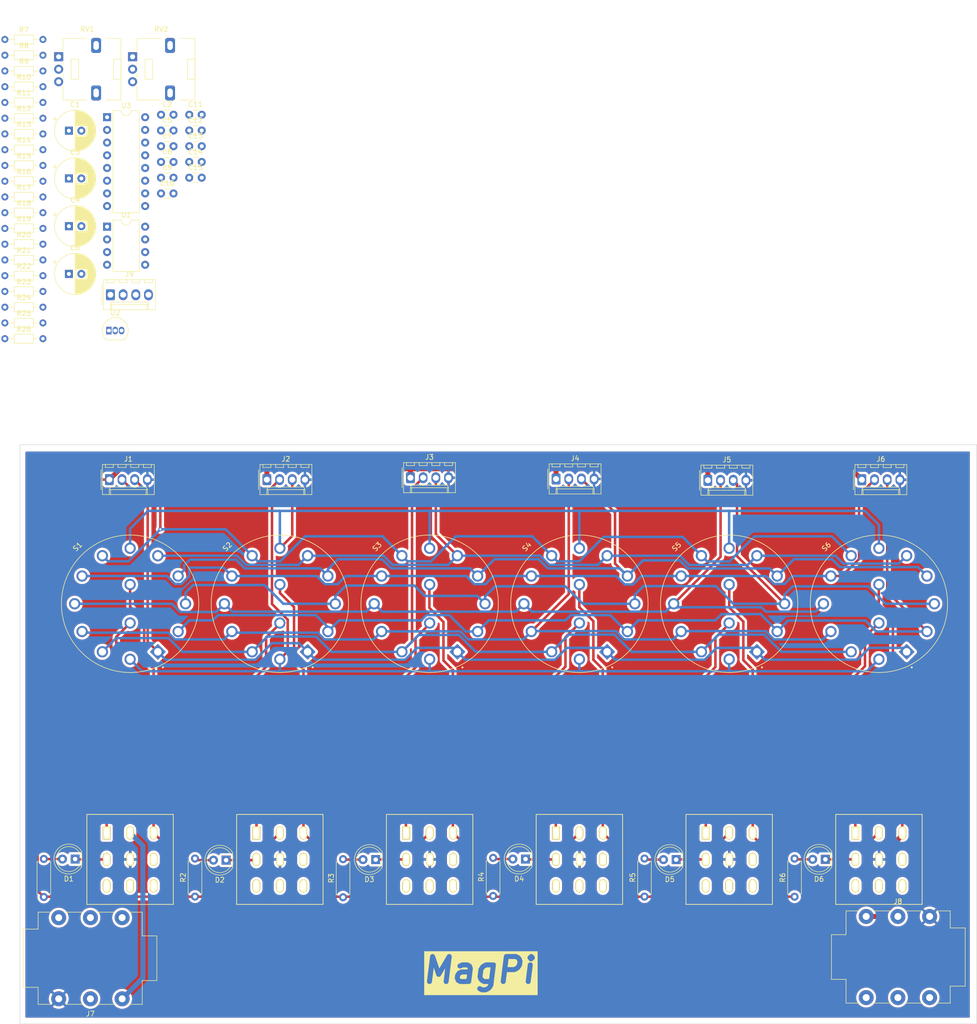
<source format=kicad_pcb>
(kicad_pcb (version 20221018) (generator pcbnew)
  (layers (0 "F.Cu" signal) (31 "B.Cu" signal) (34 "B.Paste" user) (35 "F.Paste" user) (36 "B.SilkS" user "B.Silkscreen") (37 "F.SilkS" user "F.Silkscreen") (38 "B.Mask" user) (39 "F.Mask" user) (44 "Edge.Cuts" user))
  (net 0 "")
  (net 1 "I1")
  (net 2 "I2")
  (net 3 "I3")
  (net 4 "I4")
  (net 5 "I5")
  (net 6 "I6")
  (net 7 "O1")
  (net 8 "O2")
  (net 9 "O3")
  (net 10 "O4")
  (net 11 "O5")
  (net 12 "O6")
  (net 13 "Net-(D1-K)")
  (net 14 "Net-(D1-A)")
  (net 15 "Net-(D2-K)")
  (net 16 "Net-(D2-A)")
  (net 17 "Net-(D3-K)")
  (net 18 "Net-(D3-A)")
  (net 19 "Net-(D4-K)")
  (net 20 "Net-(D4-A)")
  (net 21 "Net-(D5-K)")
  (net 22 "Net-(D5-A)")
  (net 23 "Net-(D6-K)")
  (net 24 "Net-(D6-A)")
  (net 25 "+9V")
  (net 26 "Net-(SW1A-A)")
  (net 27 "Net-(SW1A-C)")
  (net 28 "Net-(SW2A-A)")
  (net 29 "Net-(SW2A-C)")
  (net 30 "Net-(SW3A-A)")
  (net 31 "Net-(SW3A-C)")
  (net 32 "Net-(SW4A-A)")
  (net 33 "Net-(SW4A-C)")
  (net 34 "Net-(SW5A-A)")
  (net 35 "Net-(SW5A-C)")
  (net 36 "Net-(SW6A-A)")
  (net 37 "GND")
  (net 47 "IP")
  (net 52 "OP")
  (net 54 "Net-(U1B--)")
  (net 55 "Net-(C2-Pad2)")
  (net 56 "Net-(U2-VO)")
  (net 57 "Net-(C4-Pad1)")
  (net 58 "Net-(C5-Pad2)")
  (net 59 "Net-(C6-Pad1)")
  (net 60 "Net-(U3-CC1)")
  (net 61 "Net-(U3-CC0)")
  (net 62 "Net-(C9-Pad1)")
  (net 63 "Net-(C9-Pad2)")
  (net 64 "Net-(U3-LPF2-OUT)")
  (net 65 "Net-(U3-LPF2-IN)")
  (net 66 "Net-(U3-OP2-OUT)")
  (net 67 "Net-(U3-OP2-IN)")
  (net 68 "Net-(U3-OP1-IN)")
  (net 69 "Net-(U3-OP1-OUT)")
  (net 70 "Net-(U3-LPF1-IN)")
  (net 71 "Net-(U3-LPF1-OUT)")
  (net 72 "Net-(C14-Pad1)")
  (net 73 "Net-(C15-Pad1)")
  (net 74 "Net-(U1B-+)")
  (net 75 "Net-(R12-Pad2)")
  (net 76 "Net-(U1A--)")
  (net 77 "Net-(U1A-+)")
  (net 78 "Net-(R15-Pad1)")
  (net 79 "Net-(U3-REF)")
  (net 80 "Net-(U3-VCO)")
  (net 81 "Net-(R18-Pad2)")
  (net 82 "Net-(R22-Pad1)")
  (footprint "Resistor_THT:R_Axial_DIN0204_L3.6mm_D1.6mm_P7.62mm_Horizontal" (layer "F.Cu") (at 38.4 -12.64)
    (fp_text reference "R24")
    (fp_text value "10k")
  )
  (footprint "Capacitor_THT:CP_Radial_D8.0mm_P2.50mm" (layer "F.Cu") (at 51.214698 -38.39)
    (fp_text reference "C3")
    (fp_text value "47uF")
  )
  (footprint "Capacitor_THT:CP_Radial_D8.0mm_P2.50mm" (layer "F.Cu") (at 51.214698 -28.84)
    (fp_text reference "C4")
    (fp_text value "10uF")
  )
  (footprint "Connector_Molex:Molex_KK-254_AE-6410-04A_1x04_P2.54mm_Vertical" (layer "F.Cu") (at 209.95 21.88)
    (fp_text reference "J6")
    (fp_text value "Conn_01x04")
  )
  (footprint "Capacitor_THT:C_Disc_D3.0mm_W1.6mm_P2.50mm" (layer "F.Cu") (at 75.31 -44.84)
    (fp_text reference "C13")
    (fp_text value "1nF")
  )
  (footprint "Resistor_THT:R_Axial_DIN0204_L3.6mm_D1.6mm_P7.62mm_Horizontal" (layer "F.Cu") (at 38.4 -22.09)
    (fp_text reference "R21")
    (fp_text value "10k")
  )
  (footprint "Capacitor_THT:CP_Radial_D8.0mm_P2.50mm" (layer "F.Cu") (at 51.214698 -47.94)
    (fp_text reference "C1")
    (fp_text value "100uF")
  )
  (footprint "Resistor_THT:R_Axial_DIN0204_L3.6mm_D1.6mm_P7.62mm_Horizontal" (layer "F.Cu") (at 38.4 -63.04)
    (fp_text reference "R8")
    (fp_text value "47k")
  )
  (footprint "Capacitor_THT:C_Disc_D3.0mm_W1.6mm_P2.50mm" (layer "F.Cu") (at 69.66 -51.14)
    (fp_text reference "C2")
    (fp_text value "10nF")
  )
  (footprint "Resistor_THT:R_Axial_DIN0204_L3.6mm_D1.6mm_P7.62mm_Horizontal" (layer "F.Cu") (at 38.4 -53.59)
    (fp_text reference "R11")
    (fp_text value "1M")
  )
  (footprint "LED_THT:LED_D5.0mm" (layer "F.Cu") (at 82.69 97.98 180)
    (fp_text reference "D2")
    (fp_text value "LED")
  )
  (footprint "Resistor_THT:R_Axial_DIN0204_L3.6mm_D1.6mm_P7.62mm_Horizontal" (layer "F.Cu") (at 38.4 -66.19)
    (fp_text reference "R7")
    (fp_text value "100k")
  )
  (footprint "Capacitor_THT:C_Disc_D3.0mm_W1.6mm_P2.50mm" (layer "F.Cu") (at 69.66 -47.99)
    (fp_text reference "C5")
    (fp_text value "100nF")
  )
  (footprint "LED_THT:LED_D5.0mm" (layer "F.Cu") (at 52.47 97.76 180)
    (fp_text reference "D1")
    (fp_text value "LED")
  )
  (footprint "Capacitor_THT:C_Disc_D3.0mm_W1.6mm_P2.50mm" (layer "F.Cu") (at 69.66 -35.39)
    (fp_text reference "C10")
    (fp_text value "1nF")
  )
  (footprint "Capacitor_THT:C_Disc_D3.0mm_W1.6mm_P2.50mm" (layer "F.Cu") (at 69.66 -44.84)
    (fp_text reference "C7")
    (fp_text value "100nF")
  )
  (footprint "Resistor_THT:R_Axial_DIN0204_L3.6mm_D1.6mm_P7.62mm_Horizontal" (layer "F.Cu") (at 38.4 -9.49)
    (fp_text reference "R25")
    (fp_text value "10k")
  )
  (footprint "Pedal-Components:SW_CK1050" (layer "F.Cu") (at 63.47 46.69 45)
    (fp_text reference "S1")
    (fp_text value "CK1050" hide)
  )
  (footprint "Resistor_THT:R_Axial_DIN0207_L6.3mm_D2.5mm_P7.62mm_Horizontal" (layer "F.Cu") (at 106.1 105.4 90)
    (fp_text reference "R3")
    (fp_text value "R_Small")
  )
  (footprint "Connector_Audio:Jack_6.35mm_Neutrik_NMJ6HCD2_Horizontal" (layer "F.Cu") (at 210.82 109.24)
    (fp_text reference "J8")
    (fp_text value "NMJ6HCD2")
  )
  (footprint "Pedal-Components:3PDT-Footswitch" (layer "F.Cu") (at 183.39 97.83 -90)
    (fp_text reference "SW5" hide)
    (fp_text value "switches:SW_3PDT" hide)
  )
  (footprint "Pedal-Components:SW_CK1050" (layer "F.Cu") (at 183.39 46.69 45)
    (fp_text reference "S5")
    (fp_text value "CK1050" hide)
  )
  (footprint "Capacitor_THT:C_Disc_D3.0mm_W1.6mm_P2.50mm" (layer "F.Cu") (at 75.31 -38.54)
    (fp_text reference "C15")
    (fp_text value "100nF")
  )
  (footprint "Capacitor_THT:CP_Radial_D8.0mm_P2.50mm" (layer "F.Cu") (at 51.214698 -19.29)
    (fp_text reference "C6")
    (fp_text value "10uF")
  )
  (footprint "Resistor_THT:R_Axial_DIN0207_L6.3mm_D2.5mm_P7.62mm_Horizontal" (layer "F.Cu") (at 76.46 105.27 90)
    (fp_text reference "R2")
    (fp_text value "R_Small")
  )
  (footprint "Resistor_THT:R_Axial_DIN0204_L3.6mm_D1.6mm_P7.62mm_Horizontal" (layer "F.Cu") (at 38.4 -59.89)
    (fp_text reference "R9")
    (fp_text value "220K")
  )
  (footprint "Resistor_THT:R_Axial_DIN0204_L3.6mm_D1.6mm_P7.62mm_Horizontal" (layer "F.Cu") (at 38.4 -34.69)
    (fp_text reference "R17")
    (fp_text value "1M")
  )
  (footprint "Resistor_THT:R_Axial_DIN0204_L3.6mm_D1.6mm_P7.62mm_Horizontal" (layer "F.Cu") (at 38.4 -50.44)
    (fp_text reference "R12")
    (fp_text value "4k7")
  )
  (footprint "Capacitor_THT:C_Disc_D3.0mm_W1.6mm_P2.50mm" (layer "F.Cu") (at 75.31 -41.69)
    (fp_text reference "C14")
    (fp_text value "100nF")
  )
  (footprint "LED_THT:LED_D5.0mm" (layer "F.Cu") (at 202.645 97.82 180)
    (fp_text reference "D6")
    (fp_text value "LED")
  )
  (footprint "Resistor_THT:R_Axial_DIN0207_L6.3mm_D2.5mm_P7.62mm_Horizontal" (layer "F.Cu") (at 166.44 105.27 90)
    (fp_text reference "R5")
    (fp_text value "R_Small")
  )
  (footprint "Connector_Molex:Molex_KK-254_AE-6410-04A_1x04_P2.54mm_Vertical" (layer "F.Cu") (at 119.59 21.48)
    (fp_text reference "J3")
    (fp_text value "Conn_01x04")
  )
  (footprint "Pedal-Components:3PDT-Footswitch" (layer "F.Cu") (at 93.45 97.83 -90)
    (fp_text reference "SW2" hide)
    (fp_text value "switches:SW_3PDT" hide)
  )
  (footprint "Connector_Molex:Molex_KK-254_AE-6410-04A_1x04_P2.54mm_Vertical" (layer "F.Cu") (at 90.85 21.86)
    (fp_text reference "J2")
    (fp_text value "Conn_01x04")
  )
  (footprint "Connector_Molex:Molex_KK-254_AE-6410-04A_1x04_P2.54mm_Vertical" (layer "F.Cu") (at 59.53 -15.12)
    (fp_text reference "J9")
    (fp_text value "Conn_01x04")
  )
  (footprint "Capacitor_THT:C_Disc_D3.0mm_W1.6mm_P2.50mm" (layer "F.Cu") (at 69.66 -38.54)
    (fp_text reference "C9")
    (fp_text value "100nF")
  )
  (footprint "Resistor_THT:R_Axial_DIN0204_L3.6mm_D1.6mm_P7.62mm_Horizontal" (layer "F.Cu") (at 38.4 -15.79)
    (fp_text reference "R23")
    (fp_text value "10k")
  )
  (footprint "Pedal-Components:3PDT-Footswitch" (layer "F.Cu") (at 153.41 97.83 -90)
    (fp_text reference "SW4" hide)
    (fp_text value "switches:SW_3PDT" hide)
  )
  (footprint "Pedal-Components:SW_CK1050" (layer "F.Cu") (at 153.41 46.69 45)
    (fp_text reference "S4")
    (fp_text value "CK1050" hide)
  )
  (footprint "Capacitor_THT:C_Disc_D3.0mm_W1.6mm_P2.50mm" (layer "F.Cu") (at 75.31 -47.99)
    (fp_text reference "C12")
    (fp_text value "10nF")
  )
  (footprint "Pedal-Components:SW_CK1050" (layer "F.Cu") (at 213.37 46.69 45)
    (fp_text reference "S6")
    (fp_text value "CK1050" hide)
  )
  (footprint "Potentiometer_THT:Potentiometer_Alps_RK09L_Single_Vertical" (layer "F.Cu") (at 49.17 -62.74)
    (fp_text reference "RV1")
    (fp_text value "470K lin")
  )
  (footprint "Package_TO_SOT_THT:TO-92_Inline" (layer "F.Cu") (at 59.22 -7.96)
    (fp_text reference "U2")
    (fp_text value "L78L05_TO92")
  )
  (footprint "Resistor_THT:R_Axial_DIN0207_L6.3mm_D2.5mm_P7.62mm_Horizontal" (layer "F.Cu") (at 196.48 105.29 90)
    (fp_text reference "R6")
    (fp_text value "R_Small")
  )
  (footprint "Resistor_THT:R_Axial_DIN0204_L3.6mm_D1.6mm_P7.62mm_Horizontal" (layer "F.Cu") (at 38.4 -25.24)
    (fp_text reference "R20")
    (fp_text value "10k")
  )
  (footprint "Pedal-Components:3PDT-Footswitch" (layer "F.Cu") (at 123.43 97.83 -90)
    (fp_text reference "SW3" hide)
    (fp_text value "switches:SW_3PDT" hide)
  )
  (footprint "Package_DIP:DIP-8_W7.62mm" (layer "F.Cu") (at 58.86 -28.74)
    (fp_text reference "U1")
    (fp_text value "NE5532")
  )
  (footprint "Capacitor_THT:C_Disc_D3.0mm_W1.6mm_P2.50mm" (layer "F.Cu") (at 75.31 -51.14)
    (fp_text reference "C11")
    (fp_text value "10nF")
  )
  (footprint "Connector_Molex:Molex_KK-254_AE-6410-04A_1x04_P2.54mm_Vertical" (layer "F.Cu") (at 148.74 21.73)
    (fp_text reference "J4")
    (fp_text value "Conn_01x04")
  )
  (footprint "Connector_Audio:Jack_6.35mm_Neutrik_NMJ6HCD2_Horizontal" (layer "F.Cu") (at 61.875 125.715 180)
    (fp_text reference "J7")
    (fp_text value "NMJ6HCD2")
  )
  (footprint "Resistor_THT:R_Axial_DIN0204_L3.6mm_D1.6mm_P7.62mm_Horizontal" (layer "F.Cu") (at 38.4 -44.14)
    (fp_text reference "R14")
    (fp_text value "330k")
  )
  (footprint "LED_THT:LED_D5.0mm" (layer "F.Cu") (at 172.78 97.87 180)
    (fp_text reference "D5")
    (fp_text value "LED")
  )
  (footprint "Resistor_THT:R_Axial_DIN0204_L3.6mm_D1.6mm_P7.62mm_Horizontal" (layer "F.Cu") (at 38.4 -18.94)
    (fp_text reference "R22")
    (fp_text value "10k")
  )
  (footprint "Connector_Molex:Molex_KK-254_AE-6410-04A_1x04_P2.54mm_Vertical" (layer "F.Cu") (at 59.31 21.86)
    (fp_text reference "J1")
    (fp_text value "Conn_01x04")
  )
  (footprint "Resistor_THT:R_Axial_DIN0204_L3.6mm_D1.6mm_P7.62mm_Horizontal" (layer "F.Cu") (at 38.4 -37.84)
    (fp_text reference "R16")
    (fp_text value "100R")
  )
  (footprint "Pedal-Components:SW_CK1050" (layer "F.Cu") (at 123.43 46.69 45)
    (fp_text reference "S3")
    (fp_text value "CK1050" hide)
  )
  (footprint "Resistor_THT:R_Axial_DIN0204_L3.6mm_D1.6mm_P7.62mm_Horizontal" (layer "F.Cu") (at 38.4 -6.34)
    (fp_text reference "R26")
    (fp_text value "100k")
  )
  (footprint "Resistor_THT:R_Axial_DIN0204_L3.6mm_D1.6mm_P7.62mm_Horizontal" (layer "F.Cu") (at 38.4 -40.99)
    (fp_text reference "R15")
    (fp_text value "33k")
  )
  (footprint "Resistor_THT:R_Axial_DIN0204_L3.6mm_D1.6mm_P7.62mm_Horizontal" (layer "F.Cu") (at 38.4 -47.29)
    (fp_text reference "R13")
    (fp_text value "470k")
  )
  (footprint "Resistor_THT:R_Axial_DIN0207_L6.3mm_D2.5mm_P7.62mm_Horizontal" (layer "F.Cu") (at 46.2 105.35 90)
    (fp_text reference "R1" hide)
    (fp_text value "R_Small")
  )
  (footprint "LED_THT:LED_D5.0mm" (layer "F.Cu") (at 142.625 97.76 180)
    (fp_text reference "D4")
    (fp_text value "LED")
  )
  (footprint "Package_DIP:DIP-16_W7.62mm" (layer "F.Cu") (at 58.86 -50.64)
    (fp_text reference "U3")
    (fp_text value "PT2399")
  )
  (footprint "Capacitor_THT:C_Disc_D3.0mm_W1.6mm_P2.50mm" (layer "F.Cu") (at 69.66 -41.69)
    (fp_text reference "C8")
    (fp_text value "100nF")
  )
  (footprint "Connector_Molex:Molex_KK-254_AE-6410-04A_1x04_P2.54mm_Vertical" (layer "F.Cu") (at 179.13 21.99)
    (fp_text reference "J5")
    (fp_text value "Conn_01x04")
  )
  (footprint "Resistor_THT:R_Axial_DIN0204_L3.6mm_D1.6mm_P7.62mm_Horizontal" (layer "F.Cu") (at 38.4 -28.39)
    (fp_text reference "R19")
    (fp_text value "10k")
  )
  (footprint "Pedal-Components:3PDT-Footswitch" (layer "F.Cu") (at 63.47 97.83 -90)
    (fp_text reference "SW1" hide)
    (fp_text value "switches:SW_3PDT" hide)
  )
  (footprint "LED_THT:LED_D5.0mm" (layer "F.Cu") (at 112.635 97.87 180)
    (fp_text reference "D3")
    (fp_text value "LED")
  )
  (footprint "Pedal-Components:3PDT-Footswitch" (layer "F.Cu") (at 213.37 97.83 -90)
    (fp_text reference "SW6" hide)
    (fp_text value "switches:SW_3PDT" hide)
  )
  (footprint "Resistor_THT:R_Axial_DIN0207_L6.3mm_D2.5mm_P7.62mm_Horizontal" (layer "F.Cu") (at 136.14 105.14 90)
    (fp_text reference "R4")
    (fp_text value "R_Small")
  )
  (footprint "Resistor_THT:R_Axial_DIN0204_L3.6mm_D1.6mm_P7.62mm_Horizontal" (layer "F.Cu") (at 38.4 -56.74)
    (fp_text reference "R10")
    (fp_text value "220k")
  )
  (footprint "Potentiometer_THT:Potentiometer_Alps_RK09L_Single_Vertical" (layer "F.Cu") (at 63.97 -62.74)
    (fp_text reference "RV2")
    (fp_text value "100k lin")
  )
  (footprint "Pedal-Components:SW_CK1050" (layer "F.Cu") (at 93.45 46.69 45)
    (fp_text reference "S2")
    (fp_text value "CK1050" hide)
  )
  (footprint "Resistor_THT:R_Axial_DIN0204_L3.6mm_D1.6mm_P7.62mm_Horizontal" (layer "F.Cu") (at 38.4 -31.54)
    (fp_text reference "R18")
    (fp_text value "10k")
  )
  (gr_rect (start 41.43 14.88) (end 232.96 130.74) (stroke (width 0.1)) (fill none) (layer "Edge.Cuts"))
  (gr_text "MagPi" (at 121.58 122.92) (layer "F.SilkS" knockout) (effects (font (size 5 5) (thickness 1) bold italic) (justify left bottom)))
  (segment (start 61.85 21.86) (end 66.99 27) (width 0.5) (layer "F.Cu") (net 1))
  (segment (start 66.99 54.27288) (end 69.020017 56.302897) (width 0.5) (layer "F.Cu") (net 1))
  (segment (start 66.99 27) (end 66.99 54.27288) (width 0.5) (layer "F.Cu") (net 1))
  (segment (start 100.575017 57.877897) (end 99.000017 56.302897) (width 0.5) (layer "B.Cu") (net 1))
  (segment (start 158.960017 56.302897) (end 158.164522 55.507402) (width 0.5) (layer "B.Cu") (net 1))
  (segment (start 130.555017 57.877897) (end 128.980017 56.302897) (width 0.5) (layer "B.Cu") (net 1))
  (segment (start 118.53237 57.877897) (end 100.575017 57.877897) (width 0.5) (layer "B.Cu") (net 1))
  (segment (start 97.26712 54.57) (end 91.860267 54.57) (width 0.5) (layer "B.Cu") (net 1))
  (segment (start 91.860267 54.57) (end 88.55237 57.877897) (width 0.5) (layer "B.Cu") (net 1))
  (segment (start 70.595017 57.877897) (end 69.020017 56.302897) (width 0.5) (layer "B.Cu") (net 1))
  (segment (start 180.862865 55.507402) (end 178.49237 57.877897) (width 0.5) (layer "B.Cu") (net 1))
  (segment (start 88.55237 57.877897) (end 70.595017 57.877897) (width 0.5) (layer "B.Cu") (net 1))
  (segment (start 218.124522 55.507402) (end 211.472598 55.507402) (width 0.5) (layer "B.Cu") (net 1))
  (segment (start 150.882865 55.507402) (end 148.51237 57.877897) (width 0.5) (layer "B.Cu") (net 1))
  (segment (start 158.164522 55.507402) (end 150.882865 55.507402) (width 0.5) (layer "B.Cu") (net 1))
  (segment (start 120.902865 55.507402) (end 118.53237 57.877897) (width 0.5) (layer "B.Cu") (net 1))
  (segment (start 128.980017 56.302897) (end 128.184522 55.507402) (width 0.5) (layer "B.Cu") (net 1))
  (segment (start 211.472598 55.507402) (end 209.102103 57.877897) (width 0.5) (layer "B.Cu") (net 1))
  (segment (start 178.49237 57.877897) (end 160.535017 57.877897) (width 0.5) (layer "B.Cu") (net 1))
  (segment (start 160.535017 57.877897) (end 158.960017 56.302897) (width 0.5) (layer "B.Cu") (net 1))
  (segment (start 190.515017 57.877897) (end 188.940017 56.302897) (width 0.5) (layer "B.Cu") (net 1))
  (segment (start 218.920017 56.302897) (end 218.124522 55.507402) (width 0.5) (layer "B.Cu") (net 1))
  (segment (start 99.000017 56.302897) (end 97.26712 54.57) (width 0.5) (layer "B.Cu") (net 1))
  (segment (start 128.184522 55.507402) (end 120.902865 55.507402) (width 0.5) (layer "B.Cu") (net 1))
  (segment (start 188.144522 55.507402) (end 180.862865 55.507402) (width 0.5) (layer "B.Cu") (net 1))
  (segment (start 148.51237 57.877897) (end 130.555017 57.877897) (width 0.5) (layer "B.Cu") (net 1))
  (segment (start 209.102103 57.877897) (end 190.515017 57.877897) (width 0.5) (layer "B.Cu") (net 1))
  (segment (start 188.940017 56.302897) (end 188.144522 55.507402) (width 0.5) (layer "B.Cu") (net 1))
  (segment (start 91.875 46.737611) (end 95.025 49.887611) (width 0.5) (layer "F.Cu") (net 2))
  (segment (start 93.39 21.86) (end 91.875 23.375) (width 0.5) (layer "F.Cu") (net 2))
  (segment (start 95.025 49.887611) (end 95.025 56.215007) (width 0.5) (layer "F.Cu") (net 2))
  (segment (start 95.025 56.215007) (end 93.45 57.790007) (width 0.5) (layer "F.Cu") (net 2))
  (segment (start 91.875 23.375) (end 91.875 46.737611) (width 0.5) (layer "F.Cu") (net 2))
  (segment (start 183.41 60.19) (end 153.45 60.19) (width 0.5) (layer "B.Cu") (net 2))
  (segment (start 213.37 57.790007) (end 210.970007 60.19) (width 0.5) (layer "B.Cu") (net 2))
  (segment (start 153.41 60.15) (end 153.45 60.19) (width 0.5) (layer "B.Cu") (net 2))
  (segment (start 123.53 60.19) (end 93.43 60.19) (width 0.5) (layer "B.Cu") (net 2))
  (segment (start 93.43 60.19) (end 65.869993 60.19) (width 0.5) (layer "B.Cu") (net 2))
  (segment (start 93.45 57.790007) (end 93.45 60.17) (width 0.5) (layer "B.Cu") (net 2))
  (segment (start 93.45 60.17) (end 93.43 60.19) (width 0.5) (layer "B.Cu") (net 2))
  (segment (start 183.39 57.790007) (end 183.39 60.17) (width 0.5) (layer "B.Cu") (net 2))
  (segment (start 183.39 60.17) (end 183.41 60.19) (width 0.5) (layer "B.Cu") (net 2))
  (segment (start 65.869993 60.19) (end 63.47 57.790007) (width 0.5) (layer "B.Cu") (net 2))
  (segment (start 153.41 57.790007) (end 153.41 60.15) (width 0.5) (layer "B.Cu") (net 2))
  (segment (start 153.45 60.19) (end 123.53 60.19) (width 0.5) (layer "B.Cu") (net 2))
  (segment (start 210.970007 60.19) (end 183.41 60.19) (width 0.5) (layer "B.Cu") (net 2))
  (segment (start 123.43 57.790007) (end 123.43 60.09) (width 0.5) (layer "B.Cu") (net 2))
  (segment (start 123.43 60.09) (end 123.53 60.19) (width 0.5) (layer "B.Cu") (net 2))
  (segment (start 119.91 23.7) (end 119.91 54.27288) (width 0.5) (layer "F.Cu") (net 3))
  (segment (start 122.13 21.48) (end 119.91 23.7) (width 0.5) (layer "F.Cu") (net 3))
  (segment (start 119.91 54.27288) (end 117.879983 56.302897) (width 0.5) (layer "F.Cu") (net 3))
  (segment (start 163.86844 56.302897) (end 177.839983 56.302897) (width 0.5) (layer "B.Cu") (net 3))
  (segment (start 129.29005 52.92) (end 132.672947 56.302897) (width 0.5) (layer "B.Cu") (net 3))
  (segment (start 57.919983 56.302897) (end 60.66288 53.56) (width 0.5) (layer "B.Cu") (net 3))
  (segment (start 193.84844 56.302897) (end 207.819983 56.302897) (width 0.5) (layer "B.Cu") (net 3))
  (segment (start 73.92844 56.302897) (end 87.899983 56.302897) (width 0.5) (layer "B.Cu") (net 3))
  (segment (start 121.26288 52.92) (end 129.29005 52.92) (width 0.5) (layer "B.Cu") (net 3))
  (segment (start 151.30288 52.86) (end 160.425543 52.86) (width 0.5) (layer "B.Cu") (net 3))
  (segment (start 103.762897 56.302897) (end 117.879983 56.302897) (width 0.5) (layer "B.Cu") (net 3))
  (segment (start 100.7 53.24) (end 103.762897 56.302897) (width 0.5) (layer "B.Cu") (net 3))
  (segment (start 190.405543 52.86) (end 193.84844 56.302897) (width 0.5) (layer "B.Cu") (net 3))
  (segment (start 160.425543 52.86) (end 163.86844 56.302897) (width 0.5) (layer "B.Cu") (net 3))
  (segment (start 177.839983 56.302897) (end 181.28288 52.86) (width 0.5) (layer "B.Cu") (net 3))
  (segment (start 87.899983 56.302897) (end 90.96288 53.24) (width 0.5) (layer "B.Cu") (net 3))
  (segment (start 71.185543 53.56) (end 73.92844 56.302897) (width 0.5) (layer "B.Cu") (net 3))
  (segment (start 147.859983 56.302897) (end 151.30288 52.86) (width 0.5) (layer "B.Cu") (net 3))
  (segment (start 181.28288 52.86) (end 190.405543 52.86) (width 0.5) (layer "B.Cu") (net 3))
  (segment (start 117.879983 56.302897) (end 121.26288 52.92) (width 0.5) (layer "B.Cu") (net 3))
  (segment (start 90.96288 53.24) (end 100.7 53.24) (width 0.5) (layer "B.Cu") (net 3))
  (segment (start 60.66288 53.56) (end 71.185543 53.56) (width 0.5) (layer "B.Cu") (net 3))
  (segment (start 132.672947 56.302897) (end 147.859983 56.302897) (width 0.5) (layer "B.Cu") (net 3))
  (segment (start 151.28 44.75712) (end 143.797103 52.240017) (width 0.5) (layer "F.Cu") (net 4))
  (segment (start 151.28 21.73) (end 151.28 44.75712) (width 0.5) (layer "F.Cu") (net 4))
  (segment (start 202.182103 53.815017) (end 192.35051 53.815017) (width 0.5) (layer "B.Cu") (net 4))
  (segment (start 72.43051 53.815017) (end 71.085493 52.47) (width 0.5) (layer "B.Cu") (net 4))
  (segment (start 54.087086 52.47) (end 53.857103 52.240017) (width 0.5) (layer "B.Cu") (net 4))
  (segment (start 173.777103 52.240017) (end 172.202103 53.815017) (width 0.5) (layer "B.Cu") (net 4))
  (segment (start 160.715493 52.16) (end 143.87712 52.16) (width 0.5) (layer "B.Cu") (net 4))
  (segment (start 102.365017 53.815017) (end 101.02 52.47) (width 0.5) (layer "B.Cu") (net 4))
  (segment (start 101.02 52.47) (end 84.067086 52.47) (width 0.5) (layer "B.Cu") (net 4))
  (segment (start 192.35051 53.815017) (end 190.695493 52.16) (width 0.5) (layer "B.Cu") (net 4))
  (segment (start 162.37051 53.815017) (end 160.715493 52.16) (width 0.5) (layer "B.Cu") (net 4))
  (segment (start 82.262103 53.815017) (end 72.43051 53.815017) (width 0.5) (layer "B.Cu") (net 4))
  (segment (start 131.175017 53.815017) (end 129.58 52.22) (width 0.5) (layer "B.Cu") (net 4))
  (segment (start 173.85712 52.16) (end 173.777103 52.240017) (width 0.5) (layer "B.Cu") (net 4))
  (segment (start 71.085493 52.47) (end 54.087086 52.47) (width 0.5) (layer "B.Cu") (net 4))
  (segment (start 83.837103 52.240017) (end 82.262103 53.815017) (width 0.5) (layer "B.Cu") (net 4))
  (segment (start 113.83712 52.22) (end 113.817103 52.240017) (width 0.5) (layer "B.Cu") (net 4))
  (segment (start 143.797103 52.240017) (end 142.222103 53.815017) (width 0.5) (layer "B.Cu") (net 4))
  (segment (start 203.757103 52.240017) (end 202.182103 53.815017) (width 0.5) (layer "B.Cu") (net 4))
  (segment (start 84.067086 52.47) (end 83.837103 52.240017) (width 0.5) (layer "B.Cu") (net 4))
  (segment (start 129.58 52.22) (end 113.83712 52.22) (width 0.5) (layer "B.Cu") (net 4))
  (segment (start 113.817103 52.240017) (end 112.242103 53.815017) (width 0.5) (layer "B.Cu") (net 4))
  (segment (start 112.242103 53.815017) (end 102.365017 53.815017) (width 0.5) (layer "B.Cu") (net 4))
  (segment (start 190.695493 52.16) (end 173.85712 52.16) (width 0.5) (layer "B.Cu") (net 4))
  (segment (start 172.202103 53.815017) (end 162.37051 53.815017) (width 0.5) (layer "B.Cu") (net 4))
  (segment (start 142.222103 53.815017) (end 131.175017 53.815017) (width 0.5) (layer "B.Cu") (net 4))
  (segment (start 143.87712 52.16) (end 143.797103 52.240017) (width 0.5) (layer "B.Cu") (net 4))
  (segment (start 181.67 37.309993) (end 172.289993 46.69) (width 0.5) (layer "F.Cu") (net 5))
  (segment (start 181.67 21.99) (end 181.67 37.309993) (width 0.5) (layer "F.Cu") (net 5))
  (segment (start 71.85 46.69) (end 73.49 48.33) (width 0.5) (layer "B.Cu") (net 5))
  (segment (start 80.709993 48.33) (end 82.349993 46.69) (width 0.5) (layer "B.Cu") (net 5))
  (segment (start 113.904993 48.265) (end 140.734993 48.265) (width 0.5) (layer "B.Cu") (net 5))
  (segment (start 140.734993 48.265) (end 142.309993 46.69) (width 0.5) (layer "B.Cu") (net 5))
  (segment (start 142.309993 46.69) (end 143.884993 48.265) (width 0.5) (layer "B.Cu") (net 5))
  (segment (start 172.989993 47.39) (end 172.289993 46.69) (width 0.5) (layer "B.Cu") (net 5))
  (segment (start 200.694993 48.265) (end 190.735 48.265) (width 0.5) (layer "B.Cu") (net 5))
  (segment (start 110.754993 48.265) (end 112.329993 46.69) (width 0.5) (layer "B.Cu") (net 5))
  (segment (start 112.329993 46.69) (end 113.904993 48.265) (width 0.5) (layer "B.Cu") (net 5))
  (segment (start 83.924993 48.265) (end 110.754993 48.265) (width 0.5) (layer "B.Cu") (net 5))
  (segment (start 52.369993 46.69) (end 71.85 46.69) (width 0.5) (layer "B.Cu") (net 5))
  (segment (start 143.884993 48.265) (end 170.714993 48.265) (width 0.5) (layer "B.Cu") (net 5))
  (segment (start 189.86 47.39) (end 172.989993 47.39) (width 0.5) (layer "B.Cu") (net 5))
  (segment (start 202.269993 46.69) (end 200.694993 48.265) (width 0.5) (layer "B.Cu") (net 5))
  (segment (start 190.735 48.265) (end 189.86 47.39) (width 0.5) (layer "B.Cu") (net 5))
  (segment (start 73.49 48.33) (end 80.709993 48.33) (width 0.5) (layer "B.Cu") (net 5))
  (segment (start 170.714993 48.265) (end 172.289993 46.69) (width 0.5) (layer "B.Cu") (net 5))
  (segment (start 82.349993 46.69) (end 83.924993 48.265) (width 0.5) (layer "B.Cu") (net 5))
  (segment (start 212.49 21.88) (end 209.394983 24.975017) (width 0.5) (layer "F.Cu") (net 6))
  (segment (start 205.98449 41.139983) (end 203.757103 41.139983) (width 0.5) (layer "F.Cu") (net 6))
  (segment (start 209.394983 37.72949) (end 205.98449 41.139983) (width 0.5) (layer "F.Cu") (net 6))
  (segment (start 209.394983 24.975017) (end 209.394983 37.72949) (width 0.5) (layer "F.Cu") (net 6))
  (segment (start 105.01 42.77) (end 106.640017 41.139983) (width 0.5) (layer "B.Cu") (net 6))
  (segment (start 75.29 41.160267) (end 75.29 39.46) (width 0.5) (layer "B.Cu") (net 6))
  (segment (start 106.640017 41.139983) (end 113.817103 41.139983) (width 0.5) (layer "B.Cu") (net 6))
  (segment (start 165.850017 41.139983) (end 173.777103 41.139983) (width 0.5) (layer "B.Cu") (net 6))
  (segment (start 72.43051 42.714983) (end 73.735284 42.714983) (width 0.5) (layer "B.Cu") (net 6))
  (segment (start 83.837103 41.139983) (end 100.83551 41.139983) (width 0.5) (layer "B.Cu") (net 6))
  (segment (start 75.29 39.46) (end 82.15712 39.46) (width 0.5) (layer "B.Cu") (net 6))
  (segment (start 164.16 42.83) (end 165.850017 41.139983) (width 0.5) (layer "B.Cu") (net 6))
  (segment (start 136.240017 41.139983) (end 143.797103 41.139983) (width 0.5) (layer "B.Cu") (net 6))
  (segment (start 100.83551 41.139983) (end 102.465527 42.77) (width 0.5) (layer "B.Cu") (net 6))
  (segment (start 70.85551 41.139983) (end 72.43051 42.714983) (width 0.5) (layer "B.Cu") (net 6))
  (segment (start 162.485527 42.83) (end 164.16 42.83) (width 0.5) (layer "B.Cu") (net 6))
  (segment (start 160.79551 41.139983) (end 162.485527 42.83) (width 0.5) (layer "B.Cu") (net 6))
  (segment (start 132.38 42.76) (end 134.62 42.76) (width 0.5) (layer "B.Cu") (net 6))
  (segment (start 134.62 42.76) (end 136.240017 41.139983) (width 0.5) (layer "B.Cu") (net 6))
  (segment (start 130.759983 41.139983) (end 132.38 42.76) (width 0.5) (layer "B.Cu") (net 6))
  (segment (start 173.777103 41.139983) (end 190.77551 41.139983) (width 0.5) (layer "B.Cu") (net 6))
  (segment (start 73.735284 42.714983) (end 75.29 41.160267) (width 0.5) (layer "B.Cu") (net 6))
  (segment (start 102.465527 42.77) (end 105.01 42.77) (width 0.5) (layer "B.Cu") (net 6))
  (segment (start 82.15712 39.46) (end 83.837103 41.139983) (width 0.5) (layer "B.Cu") (net 6))
  (segment (start 196.070017 41.139983) (end 203.757103 41.139983) (width 0.5) (layer "B.Cu") (net 6))
  (segment (start 190.77551 41.139983) (end 192.35051 42.714983) (width 0.5) (layer "B.Cu") (net 6))
  (segment (start 194.495017 42.714983) (end 196.070017 41.139983) (width 0.5) (layer "B.Cu") (net 6))
  (segment (start 192.35051 42.714983) (end 194.495017 42.714983) (width 0.5) (layer "B.Cu") (net 6))
  (segment (start 53.857103 41.139983) (end 70.85551 41.139983) (width 0.5) (layer "B.Cu") (net 6))
  (segment (start 113.817103 41.139983) (end 130.759983 41.139983) (width 0.5) (layer "B.Cu") (net 6))
  (segment (start 143.797103 41.139983) (end 160.79551 41.139983) (width 0.5) (layer "B.Cu") (net 6))
  (segment (start 69.52 26.99) (end 69.52 31.8) (width 0.5) (layer "F.Cu") (net 7))
  (segment (start 64.39 21.86) (end 69.52 26.99) (width 0.5) (layer "F.Cu") (net 7))
  (segment (start 69.52 31.8) (end 69.53 31.79) (width 0.5) (layer "F.Cu") (net 7))
  (via (at 69.53 31.79) (size 0.8) (drill 0.4) (layers "F.Cu" "B.Cu") (net 7))
  (segment (start 188.47 33.2) (end 203.94288 33.2) (width 0.5) (layer "B.Cu") (net 7))
  (segment (start 119.004983 38.202103) (end 123.687897 38.202103) (width 0.5) (layer "B.Cu") (net 7))
  (segment (start 87.899983 37.077103) (end 89.024983 38.202103) (width 0.5) (layer "B.Cu") (net 7))
  (segment (start 98.52 33.19) (end 113.99288 33.19) (width 0.5) (layer "B.Cu") (net 7))
  (segment (start 57.919983 37.077103) (end 59.044983 38.202103) (width 0.5) (layer "B.Cu") (net 7))
  (segment (start 63.117897 38.202103) (end 69.53 31.79) (width 0.5) (layer "B.Cu") (net 7))
  (segment (start 153.387897 38.202103) (end 158.27 33.32) (width 0.5) (layer "B.Cu") (net 7))
  (segment (start 82.61288 31.79) (end 87.899983 37.077103) (width 0.5) (layer "B.Cu") (net 7))
  (segment (start 178.99288 38.23) (end 183.44 38.23) (width 0.5) (layer "B.Cu") (net 7))
  (segment (start 123.687897 38.202103) (end 128.7 33.19) (width 0.5) (layer "B.Cu") (net 7))
  (segment (start 174.08288 33.32) (end 177.839983 37.077103) (width 0.5) (layer "B.Cu") (net 7))
  (segment (start 183.44 38.23) (end 188.47 33.2) (width 0.5) (layer "B.Cu") (net 7))
  (segment (start 158.27 33.32) (end 174.08288 33.32) (width 0.5) (layer "B.Cu") (net 7))
  (segment (start 113.99288 33.19) (end 117.879983 37.077103) (width 0.5) (layer "B.Cu") (net 7))
  (segment (start 117.879983 37.077103) (end 119.004983 38.202103) (width 0.5) (layer "B.Cu") (net 7))
  (segment (start 203.94288 33.2) (end 207.819983 37.077103) (width 0.5) (layer "B.Cu") (net 7))
  (segment (start 93.507897 38.202103) (end 98.52 33.19) (width 0.5) (layer "B.Cu") (net 7))
  (segment (start 177.839983 37.077103) (end 178.99288 38.23) (width 0.5) (layer "B.Cu") (net 7))
  (segment (start 147.859983 37.077103) (end 148.984983 38.202103) (width 0.5) (layer "B.Cu") (net 7))
  (segment (start 143.97288 33.19) (end 147.859983 37.077103) (width 0.5) (layer "B.Cu") (net 7))
  (segment (start 59.044983 38.202103) (end 63.117897 38.202103) (width 0.5) (layer "B.Cu") (net 7))
  (segment (start 89.024983 38.202103) (end 93.507897 38.202103) (width 0.5) (layer "B.Cu") (net 7))
  (segment (start 148.984983 38.202103) (end 153.387897 38.202103) (width 0.5) (layer "B.Cu") (net 7))
  (segment (start 69.53 31.79) (end 82.61288 31.79) (width 0.5) (layer "B.Cu") (net 7))
  (segment (start 128.7 33.19) (end 143.97288 33.19) (width 0.5) (layer "B.Cu") (net 7))
  (segment (start 95.93 21.86) (end 95.93 33.109993) (width 0.5) (layer "F.Cu") (net 8))
  (segment (start 95.93 33.109993) (end 93.45 35.589993) (width 0.5) (layer "F.Cu") (net 8))
  (segment (start 153.38 28.11) (end 183.38 28.11) (width 0.5) (layer "B.Cu") (net 8))
  (segment (start 63.47 31.69) (end 67.05 28.11) (width 0.5) (layer "B.Cu") (net 8))
  (segment (start 183.39 28.12) (end 183.38 28.11) (width 0.5) (layer "B.Cu") (net 8))
  (segment (start 93.41 28.11) (end 123.38 28.11) (width 0.5) (layer "B.Cu") (net 8))
  (segment (start 93.45 35.589993) (end 93.45 28.15) (width 0.5) (layer "B.Cu") (net 8))
  (segment (start 67.05 28.11) (end 93.41 28.11) (width 0.5) (layer "B.Cu") (net 8))
  (segment (start 183.39 35.589993) (end 183.39 28.12) (width 0.5) (layer "B.Cu") (net 8))
  (segment (start 153.41 28.14) (end 153.38 28.11) (width 0.5) (layer "B.Cu") (net 8))
  (segment (start 183.38 28.11) (end 210.56 28.11) (width 0.5) (layer "B.Cu") (net 8))
  (segment (start 93.45 28.15) (end 93.41 28.11) (width 0.5) (layer "B.Cu") (net 8))
  (segment (start 123.38 28.11) (end 153.38 28.11) (width 0.5) (layer "B.Cu") (net 8))
  (segment (start 153.41 35.589993) (end 153.41 28.14) (width 0.5) (layer "B.Cu") (net 8))
  (segment (start 123.43 28.16) (end 123.38 28.11) (width 0.5) (layer "B.Cu") (net 8))
  (segment (start 63.47 35.589993) (end 63.47 31.69) (width 0.5) (layer "B.Cu") (net 8))
  (segment (start 213.37 30.92) (end 213.37 35.589993) (width 0.5) (layer "B.Cu") (net 8))
  (segment (start 123.43 35.589993) (end 123.43 28.16) (width 0.5) (layer "B.Cu") (net 8))
  (segment (start 210.56 28.11) (end 213.37 30.92) (width 0.5) (layer "B.Cu") (net 8))
  (segment (start 124.67 32.767086) (end 128.980017 37.077103) (width 0.5) (layer "F.Cu") (net 9))
  (segment (start 124.67 21.48) (end 124.67 32.767086) (width 0.5) (layer "F.Cu") (net 9))
  (segment (start 175.4 38.93) (end 173.54 37.07) (width 0.5) (layer "B.Cu") (net 9))
  (segment (start 217.345017 38.652103) (end 206.242103 38.652103) (width 0.5) (layer "B.Cu") (net 9))
  (segment (start 145.51 37.04) (end 145.472897 37.077103) (width 0.5) (layer "B.Cu") (net 9))
  (segment (start 97.175017 38.902103) (end 86.692103 38.902103) (width 0.5) (layer "B.Cu") (net 9))
  (segment (start 173.532897 37.077103) (end 158.960017 37.077103) (width 0.5) (layer "B.Cu") (net 9))
  (segment (start 127.155017 38.902103) (end 116.022103 38.902103) (width 0.5) (layer "B.Cu") (net 9))
  (segment (start 116.022103 38.902103) (end 114.13 37.01) (width 0.5) (layer "B.Cu") (net 9))
  (segment (start 188.940017 37.077103) (end 187.08712 38.93) (width 0.5) (layer "B.Cu") (net 9))
  (segment (start 147.372103 38.902103) (end 145.51 37.04) (width 0.5) (layer "B.Cu") (net 9))
  (segment (start 114.062897 37.077103) (end 99.000017 37.077103) (width 0.5) (layer "B.Cu") (net 9))
  (segment (start 173.54 37.07) (end 173.532897 37.077103) (width 0.5) (layer "B.Cu") (net 9))
  (segment (start 128.980017 37.077103) (end 127.155017 38.902103) (width 0.5) (layer "B.Cu") (net 9))
  (segment (start 86.692103 38.902103) (end 84.892897 37.102897) (width 0.5) (layer "B.Cu") (net 9))
  (segment (start 145.472897 37.077103) (end 128.980017 37.077103) (width 0.5) (layer "B.Cu") (net 9))
  (segment (start 158.960017 37.077103) (end 157.135017 38.902103) (width 0.5) (layer "B.Cu") (net 9))
  (segment (start 157.135017 38.902103) (end 147.372103 38.902103) (width 0.5) (layer "B.Cu") (net 9))
  (segment (start 114.13 37.01) (end 114.062897 37.077103) (width 0.5) (layer "B.Cu") (net 9))
  (segment (start 206.242103 38.652103) (end 204.667103 37.077103) (width 0.5) (layer "B.Cu") (net 9))
  (segment (start 99.000017 37.077103) (end 97.175017 38.902103) (width 0.5) (layer "B.Cu") (net 9))
  (segment (start 84.892897 37.102897) (end 84.892897 37.077103) (width 0.5) (layer "B.Cu") (net 9))
  (segment (start 84.892897 37.077103) (end 69.020017 37.077103) (width 0.5) (layer "B.Cu") (net 9))
  (segment (start 204.667103 37.077103) (end 188.940017 37.077103) (width 0.5) (layer "B.Cu") (net 9))
  (segment (start 218.920017 37.077103) (end 217.345017 38.652103) (width 0.5) (layer "B.Cu") (net 9))
  (segment (start 187.08712 38.93) (end 175.4 38.93) (width 0.5) (layer "B.Cu") (net 9))
  (segment (start 153.82 21.73) (end 160.55 28.46) (width 0.5) (layer "F.Cu") (net 10))
  (segment (start 160.55 38.667086) (end 163.022897 41.139983) (width 0.5) (layer "F.Cu") (net 10))
  (segment (start 160.55 28.46) (end 160.55 38.667086) (width 0.5) (layer "F.Cu") (net 10))
  (segment (start 204 37.777103) (end 196.365777 37.777103) (width 0.5) (layer "B.Cu") (net 10))
  (segment (start 175.11005 39.63) (end 173.490025 38.009975) (width 0.5) (layer "B.Cu") (net 10))
  (segment (start 74.3 39.03) (end 74.3 39.92288) (width 0.5) (layer "B.Cu") (net 10))
  (segment (start 115.732153 39.602103) (end 113.907153 37.777103) (width 0.5) (layer "B.Cu") (net 10))
  (segment (start 161.485017 39.602103) (end 147.082153 39.602103) (width 0.5) (layer "B.Cu") (net 10))
  (segment (start 205.575 39.352103) (end 204 37.777103) (width 0.5) (layer "B.Cu") (net 10))
  (segment (start 191.492914 39.63) (end 175.11005 39.63) (width 0.5) (layer "B.Cu") (net 10))
  (segment (start 131.505017 39.602103) (end 115.732153 39.602103) (width 0.5) (layer "B.Cu") (net 10))
  (segment (start 173.490025 38.009975) (end 166.152905 38.009975) (width 0.5) (layer "B.Cu") (net 10))
  (segment (start 147.082153 39.602103) (end 145.257154 37.777103) (width 0.5) (layer "B.Cu") (net 10))
  (segment (start 74.3 39.92288) (end 73.082897 41.139983) (width 0.5) (layer "B.Cu") (net 10))
  (segment (start 105.102897 37.777103) (end 103.062897 39.817103) (width 0.5) (layer "B.Cu") (net 10))
  (segment (start 145.257154 37.777103) (end 136.405777 37.777103) (width 0.5) (layer "B.Cu") (net 10))
  (segment (start 133.042897 41.139983) (end 131.505017 39.602103) (width 0.5) (layer "B.Cu") (net 10))
  (segment (start 193.002897 41.139983) (end 191.492914 39.63) (width 0.5) (layer "B.Cu") (net 10))
  (segment (start 163.022897 41.139983) (end 161.485017 39.602103) (width 0.5) (layer "B.Cu") (net 10))
  (segment (start 101.525017 39.602103) (end 86.402153 39.602103) (width 0.5) (layer "B.Cu") (net 10))
  (segment (start 136.405777 37.777103) (end 133.042897 41.139983) (width 0.5) (layer "B.Cu") (net 10))
  (segment (start 84.660025 37.859975) (end 75.470025 37.859975) (width 0.5) (layer "B.Cu") (net 10))
  (segment (start 221.195017 39.352103) (end 205.575 39.352103) (width 0.5) (layer "B.Cu") (net 10))
  (segment (start 75.470025 37.859975) (end 74.3 39.03) (width 0.5) (layer "B.Cu") (net 10))
  (segment (start 166.152905 38.009975) (end 163.022897 41.139983) (width 0.5) (layer "B.Cu") (net 10))
  (segment (start 196.365777 37.777103) (end 193.002897 41.139983) (width 0.5) (layer "B.Cu") (net 10))
  (segment (start 86.402153 39.602103) (end 84.660025 37.859975) (width 0.5) (layer "B.Cu") (net 10))
  (segment (start 113.907153 37.777103) (end 105.102897 37.777103) (width 0.5) (layer "B.Cu") (net 10))
  (segment (start 103.062897 39.817103) (end 103.062897 41.139983) (width 0.5) (layer "B.Cu") (net 10))
  (segment (start 103.062897 41.139983) (end 101.525017 39.602103) (width 0.5) (layer "B.Cu") (net 10))
  (segment (start 222.982897 41.139983) (end 221.195017 39.352103) (width 0.5) (layer "B.Cu") (net 10))
  (segment (start 184.965 37.164993) (end 194.490007 46.69) (width 0.5) (layer "F.Cu") (net 11))
  (segment (start 184.21 21.99) (end 184.965 22.745) (width 0.5) (layer "F.Cu") (net 11))
  (segment (start 184.965 22.745) (end 184.965 37.164993) (width 0.5) (layer "F.Cu") (net 11))
  (segment (start 214.73 46.69) (end 211.24 43.2) (width 0.5) (layer "B.Cu") (net 11))
  (segment (start 211.24 43.2) (end 196.12 43.2) (width 0.5) (layer "B.Cu") (net 11))
  (segment (start 154.09 46.69) (end 150.6 43.2) (width 0.5) (layer "B.Cu") (net 11))
  (segment (start 164.510007 44.869993) (end 164.510007 46.69) (width 0.5) (layer "B.Cu") (net 11))
  (segment (start 224.470007 46.69) (end 214.73 46.69) (width 0.5) (layer "B.Cu") (net 11))
  (segment (start 90.4 42.95) (end 76.09 42.95) (width 0.5) (layer "B.Cu") (net 11))
  (segment (start 164.510007 46.69) (end 154.09 46.69) (width 0.5) (layer "B.Cu") (net 11))
  (segment (start 194.490007 44.829993) (end 194.490007 46.69) (width 0.5) (layer "B.Cu") (net 11))
  (segment (start 94.14 46.69) (end 90.4 42.95) (width 0.5) (layer "B.Cu") (net 11))
  (segment (start 76.09 42.95) (end 74.570007 44.469993) (width 0.5) (layer "B.Cu") (net 11))
  (segment (start 194.490007 46.69) (end 184.23 46.69) (width 0.5) (layer "B.Cu") (net 11))
  (segment (start 74.570007 44.469993) (end 74.570007 46.69) (width 0.5) (layer "B.Cu") (net 11))
  (segment (start 150.6 43.2) (end 136.56 43.2) (width 0.5) (layer "B.Cu") (net 11))
  (segment (start 136.56 43.2) (end 134.530007 45.229993) (width 0.5) (layer "B.Cu") (net 11))
  (segment (start 104.550007 46.69) (end 94.14 46.69) (width 0.5) (layer "B.Cu") (net 11))
  (segment (start 104.550007 45.179993) (end 104.550007 46.69) (width 0.5) (layer "B.Cu") (net 11))
  (segment (start 132.955007 45.115) (end 122.445 45.115) (width 0.5) (layer "B.Cu") (net 11))
  (segment (start 134.530007 46.69) (end 132.955007 45.115) (width 0.5) (layer "B.Cu") (net 11))
  (segment (start 122.445 45.115) (end 120.38 43.05) (width 0.5) (layer "B.Cu") (net 11))
  (segment (start 196.12 43.2) (end 194.490007 44.829993) (width 0.5) (layer "B.Cu") (net 11))
  (segment (start 106.68 43.05) (end 104.550007 45.179993) (width 0.5) (layer "B.Cu") (net 11))
  (segment (start 184.23 46.69) (end 180.7 43.16) (width 0.5) (layer "B.Cu") (net 11))
  (segment (start 120.38 43.05) (end 106.68 43.05) (width 0.5) (layer "B.Cu") (net 11))
  (segment (start 134.530007 45.229993) (end 134.530007 46.69) (width 0.5) (layer "B.Cu") (net 11))
  (segment (start 166.22 43.16) (end 164.510007 44.869993) (width 0.5) (layer "B.Cu") (net 11))
  (segment (start 180.7 43.16) (end 166.22 43.16) (width 0.5) (layer "B.Cu") (net 11))
  (segment (start 215.03 21.88) (end 215.03 44.28712) (width 0.5) (layer "F.Cu") (net 12))
  (segment (start 215.03 44.28712) (end 222.982897 52.240017) (width 0.5) (layer "F.Cu") (net 12))
  (segment (start 150.652615 50.01) (end 151.697617 48.964998) (width 0.5) (layer "B.Cu") (net 12))
  (segment (start 193.002897 52.082897) (end 193.002897 52.240017) (width 0.5) (layer "B.Cu") (net 12))
  (segment (start 135.272914 50.01) (end 150.652615 50.01) (width 0.5) (layer "B.Cu") (net 12))
  (segment (start 75.312914 50.01) (end 80.019942 50.01) (width 0.5) (layer "B.Cu") (net 12))
  (segment (start 121.855 49.887611) (end 122.777613 48.964998) (width 0.5) (layer "B.Cu") (net 12))
  (segment (start 105.292914 50.01) (end 121.855 50.01) (width 0.5) (layer "B.Cu") (net 12))
  (segment (start 163.022897 52.240017) (end 165.15 50.112914) (width 0.5) (layer "B.Cu") (net 12))
  (segment (start 189.68 48.76) (end 193.002897 52.082897) (width 0.5) (layer "B.Cu") (net 12))
  (segment (start 162.870017 52.240017) (end 163.022897 52.240017) (width 0.5) (layer "B.Cu") (net 12))
  (segment (start 130.660017 52.240017) (end 133.042897 52.240017) (width 0.5) (layer "B.Cu") (net 12))
  (segment (start 73.082897 52.240017) (end 75.312914 50.01) (width 0.5) (layer "B.Cu") (net 12))
  (segment (start 165.15 50.112914) (end 165.15 50.01) (width 0.5) (layer "B.Cu") (net 12))
  (segment (start 80.019942 50.01) (end 81.064944 48.964998) (width 0.5) (layer "B.Cu") (net 12))
  (segment (start 210.662615 50.06) (end 212.842632 52.240017) (width 0.5) (layer "B.Cu") (net 12))
  (segment (start 195.182914 50.06) (end 210.662615 50.06) (width 0.5) (layer "B.Cu") (net 12))
  (segment (start 165.15 50.01) (end 180.632615 50.01) (width 0.5) (layer "B.Cu") (net 12))
  (segment (start 103.062897 52.240017) (end 105.292914 50.01) (width 0.5) (layer "B.Cu") (net 12))
  (segment (start 127.384998 48.964998) (end 130.660017 52.240017) (width 0.5) (layer "B.Cu") (net 12))
  (segment (start 121.855 50.01) (end 121.855 49.887611) (width 0.5) (layer "B.Cu") (net 12))
  (segment (start 133.042897 52.240017) (end 135.272914 50.01) (width 0.5) (layer "B.Cu") (net 12))
  (segment (start 180.632615 50.01) (end 181.882615 48.76) (width 0.5) (layer "B.Cu") (net 12))
  (segment (start 151.697617 48.964998) (end 159.594998 48.964998) (width 0.5) (layer "B.Cu") (net 12))
  (segment (start 122.777613 48.964998) (end 127.384998 48.964998) (width 0.5) (layer "B.Cu") (net 12))
  (segment (start 103.062897 51.372897) (end 103.062897 52.240017) (width 0.5) (layer "B.Cu") (net 12))
  (segment (start 159.594998 48.964998) (end 162.870017 52.240017) (width 0.5) (layer "B.Cu") (net 12))
  (segment (start 181.882615 48.76) (end 189.68 48.76) (width 0.5) (layer "B.Cu") (net 12))
  (segment (start 100.654998 48.964998) (end 103.062897 51.372897) (width 0.5) (layer "B.Cu") (net 12))
  (segment (start 193.002897 52.240017) (end 195.182914 50.06) (width 0.5) (layer "B.Cu") (net 12))
  (segment (start 212.842632 52.240017) (end 222.982897 52.240017) (width 0.5) (layer "B.Cu") (net 12))
  (segment (start 81.064944 48.964998) (end 100.654998 48.964998) (width 0.5) (layer "B.Cu") (net 12))
  (segment (start 52.54 97.83) (end 52.47 97.76) (width 0.5) (layer "F.Cu") (net 13))
  (segment (start 58.77 97.83) (end 52.54 97.83) (width 0.5) (layer "F.Cu") (net 13))
  (segment (start 49.93 97.76) (end 46.23 97.76) (width 0.5) (layer "F.Cu") (net 14))
  (segment (start 46.23 97.76) (end 46.2 97.73) (width 0.5) (layer "F.Cu") (net 14))
  (segment (start 88.6 97.98) (end 88.75 97.83) (width 0.5) (layer "F.Cu") (net 15))
  (segment (start 82.69 97.98) (end 88.6 97.98) (width 0.5) (layer "F.Cu") (net 15))
  (segment (start 76.79 97.98) (end 76.46 97.65) (width 0.5) (layer "F.Cu") (net 16))
  (segment (start 80.15 97.98) (end 76.79 97.98) (width 0.5) (layer "F.Cu") (net 16))
  (segment (start 112.675 97.83) (end 112.635 97.87) (width 0.5) (layer "F.Cu") (net 17))
  (segment (start 118.73 97.83) (end 112.675 97.83) (width 0.5) (layer "F.Cu") (net 17))
  (segment (start 110.095 97.87) (end 106.19 97.87) (width 0.5) (layer "F.Cu") (net 18))
  (segment (start 106.19 97.87) (end 106.1 97.78) (width 0.5) (layer "F.Cu") (net 18))
  (segment (start 142.695 97.83) (end 142.625 97.76) (width 0.5) (layer "F.Cu") (net 19))
  (segment (start 148.71 97.83) (end 142.695 97.83) (width 0.5) (layer "F.Cu") (net 19))
  (segment (start 140.085 97.76) (end 136.38 97.76) (width 0.5) (layer "F.Cu") (net 20))
  (segment (start 136.38 97.76) (end 136.14 97.52) (width 0.5) (layer "F.Cu") (net 20))
  (segment (start 172.82 97.83) (end 172.78 97.87) (width 0.5) (layer "F.Cu") (net 21))
  (segment (start 178.69 97.83) (end 172.82 97.83) (width 0.5) (layer "F.Cu") (net 21))
  (segment (start 166.66 97.87) (end 166.44 97.65) (width 0.5) (layer "F.Cu") (net 22))
  (segment (start 170.24 97.87) (end 166.66 97.87) (width 0.5) (layer "F.Cu") (net 22))
  (segment (start 208.66 97.82) (end 208.67 97.83) (width 0.5) (layer "F.Cu") (net 23))
  (segment (start 202.645 97.82) (end 208.66 97.82) (width 0.5) (layer "F.Cu") (net 23))
  (segment (start 196.63 97.82) (end 196.48 97.67) (width 0.5) (layer "F.Cu") (net 24))
  (segment (start 200.105 97.82) (end 196.63 97.82) (width 0.5) (layer "F.Cu") (net 24))
  (segment (start 91.24 19.685) (end 61.485 19.685) (width 1) (layer "F.Cu") (net 25))
  (segment (start 196.48 105.29) (end 46.26 105.29) (width 0.5) (layer "F.Cu") (net 25))
  (segment (start 54.26 21.86) (end 59.31 21.86) (width 0.5) (layer "F.Cu") (net 25))
  (segment (start 119.59 21.48) (end 119.59 19.735) (width 1) (layer "F.Cu") (net 25))
  (segment (start 209.95 21.88) (end 207.755 19.685) (width 1) (layer "F.Cu") (net 25))
  (segment (start 119.54 19.685) (end 91.24 19.685) (width 1) (layer "F.Cu") (net 25))
  (segment (start 207.755 19.685) (end 178.95 19.685) (width 1) (layer "F.Cu") (net 25))
  (segment (start 148.74 21.73) (end 148.74 19.965) (width 1) (layer "F.Cu") (net 25))
  (segment (start 119.59 19.735) (end 119.54 19.685) (width 1) (layer "F.Cu") (net 25))
  (segment (start 46.26 105.29) (end 46.2 105.35) (width 0.5) (layer "F.Cu") (net 25))
  (segment (start 148.74 19.965) (end 148.46 19.685) (width 1) (layer "F.Cu") (net 25))
  (segment (start 44.95 104.1) (end 44.95 31.17) (width 0.5) (layer "F.Cu") (net 25))
  (segment (start 46.2 105.35) (end 44.95 104.1) (width 0.5) (layer "F.Cu") (net 25))
  (segment (start 90.85 20.075) (end 91.24 19.685) (width 1) (layer "F.Cu") (net 25))
  (segment (start 179.13 19.865) (end 178.95 19.685) (width 1) (layer "F.Cu") (net 25))
  (segment (start 61.485 19.685) (end 59.31 21.86) (width 1) (layer "F.Cu") (net 25))
  (segment (start 148.46 19.685) (end 119.54 19.685) (width 1) (layer "F.Cu") (net 25))
  (segment (start 179.13 21.99) (end 179.13 19.865) (width 1) (layer "F.Cu") (net 25))
  (segment (start 90.85 21.86) (end 90.85 20.075) (width 1) (layer "F.Cu") (net 25))
  (segment (start 44.95 31.17) (end 54.26 21.86) (width 0.5) (layer "F.Cu") (net 25))
  (segment (start 178.95 19.685) (end 148.46 19.685) (width 1) (layer "F.Cu") (net 25))
  (segment (start 60.7 53.309998) (end 60.7 59.18) (width 0.5) (layer "F.Cu") (net 26))
  (segment (start 60.7 59.18) (end 58.77 61.11) (width 0.5) (layer "F.Cu") (net 26))
  (segment (start 63.47 50.539998) (end 60.7 53.309998) (width 0.5) (layer "F.Cu") (net 26))
  (segment (start 58.77 61.11) (end 58.77 92.53) (width 0.5) (layer "F.Cu") (net 26))
  (segment (start 68.17 59.69) (end 68.17 92.53) (width 0.5) (layer "F.Cu") (net 27))
  (segment (start 63.47 47.28) (end 66.29 50.1) (width 0.5) (layer "F.Cu") (net 27))
  (segment (start 63.47 42.840002) (end 63.47 47.28) (width 0.5) (layer "F.Cu") (net 27))
  (segment (start 66.29 50.1) (end 66.29 57.81) (width 0.5) (layer "F.Cu") (net 27))
  (segment (start 66.29 57.81) (end 68.17 59.69) (width 0.5) (layer "F.Cu") (net 27))
  (segment (start 68.17 92.53) (end 70.82 95.18) (width 0.5) (layer "F.Cu") (net 27))
  (segment (start 70.82 95.18) (end 90.8 95.18) (width 0.5) (layer "F.Cu") (net 27))
  (segment (start 90.8 95.18) (end 93.45 92.53) (width 0.5) (layer "F.Cu") (net 27))
  (segment (start 90.7 59.290002) (end 88.77 61.220002) (width 0.5) (layer "F.Cu") (net 28))
  (segment (start 93.47 50.65) (end 90.7 53.42) (width 0.5) (layer "F.Cu") (net 28))
  (segment (start 88.77 61.220002) (end 88.77 92.640002) (width 0.5) (layer "F.Cu") (net 28))
  (segment (start 90.7 53.42) (end 90.7 59.290002) (width 0.5) (layer "F.Cu") (net 28))
  (segment (start 96.29 47.36) (end 96.29 57.920002) (width 0.5) (layer "F.Cu") (net 29))
  (segment (start 96.29 57.920002) (end 98.17 59.800002) (width 0.5) (layer "F.Cu") (net 29))
  (segment (start 98.17 59.800002) (end 98.17 92.640002) (width 0.5) (layer "F.Cu") (net 29))
  (segment (start 100.89 95.27) (end 120.69 95.27) (width 0.5) (layer "F.Cu") (net 29))
  (segment (start 93.47 44.54) (end 96.29 47.36) (width 0.5) (layer "F.Cu") (net 29))
  (segment (start 93.47 42.950004) (end 93.47 44.54) (width 0.5) (layer "F.Cu") (net 29))
  (segment (start 120.69 95.27) (end 123.43 92.53) (width 0.5) (layer "F.Cu") (net 29))
  (segment (start 98.15 92.53) (end 100.89 95.27) (width 0.5) (layer "F.Cu") (net 29))
  (segment (start 118.68 61.340002) (end 118.68 92.760002) (width 0.5) (layer "F.Cu") (net 30))
  (segment (start 120.61 53.54) (end 120.61 59.410002) (width 0.5) (layer "F.Cu") (net 30))
  (segment (start 120.61 59.410002) (end 118.68 61.340002) (width 0.5) (layer "F.Cu") (net 30))
  (segment (start 123.38 50.77) (end 120.61 53.54) (width 0.5) (layer "F.Cu") (net 30))
  (segment (start 128.13 92.53) (end 130.95 95.35) (width 0.5) (layer "F.Cu") (net 31))
  (segment (start 150.59 95.35) (end 153.41 92.53) (width 0.5) (layer "F.Cu") (net 31))
  (segment (start 126.2 58.040002) (end 128.08 59.920002) (width 0.5) (layer "F.Cu") (net 31))
  (segment (start 126.2 50.330002) (end 126.2 58.040002) (width 0.5) (layer "F.Cu") (net 31))
  (segment (start 130.95 95.35) (end 150.59 95.35) (width 0.5) (layer "F.Cu") (net 31))
  (segment (start 128.08 59.920002) (end 128.08 92.760002) (width 0.5) (layer "F.Cu") (net 31))
  (segment (start 123.38 43.070004) (end 123.38 47.510002) (width 0.5) (layer "F.Cu") (net 31))
  (segment (start 123.38 47.510002) (end 126.2 50.330002) (width 0.5) (layer "F.Cu") (net 31))
  (segment (start 153.39 50.62) (end 150.62 53.39) (width 0.5) (layer "F.Cu") (net 32))
  (segment (start 150.62 59.260002) (end 148.69 61.190002) (width 0.5) (layer "F.Cu") (net 32))
  (segment (start 150.62 53.39) (end 150.62 59.260002) (width 0.5) (layer "F.Cu") (net 32))
  (segment (start 148.69 61.190002) (end 148.69 92.610002) (width 0.5) (layer "F.Cu") (net 32))
  (segment (start 158.11 92.53) (end 160.97 95.39) (width 0.5) (layer "F.Cu") (net 33))
  (segment (start 156.21 57.890002) (end 158.09 59.770002) (width 0.5) (layer "F.Cu") (net 33))
  (segment (start 153.39 47.360002) (end 156.21 50.180002) (width 0.5) (layer "F.Cu") (net 33))
  (segment (start 180.53 95.39) (end 183.39 92.53) (width 0.5) (layer "F.Cu") (net 33))
  (segment (start 160.97 95.39) (end 180.53 95.39) (width 0.5) (layer "F.Cu") (net 33))
  (segment (start 153.39 42.920004) (end 153.39 47.360002) (width 0.5) (layer "F.Cu") (net 33))
  (segment (start 156.21 50.180002) (end 156.21 57.890002) (width 0.5) (layer "F.Cu") (net 33))
  (segment (start 158.09 59.770002) (end 158.09 92.610002) (width 0.5) (layer "F.Cu") (net 33))
  (segment (start 180.64 53.47) (end 180.64 59.340002) (width 0.5) (layer "F.Cu") (net 34))
  (segment (start 180.64 59.340002) (end 178.71 61.270002) (width 0.5) (layer "F.Cu") (net 34))
  (segment (start 178.71 61.270002) (end 178.71 92.690002) (width 0.5) (layer "F.Cu") (net 34))
  (segment (start 183.41 50.7) (end 180.64 53.47) (width 0.5) (layer "F.Cu") (net 34))
  (segment (start 183.41 47.440002) (end 186.23 50.260002) (width 0.5) (layer "F.Cu") (net 35))
  (segment (start 183.41 43.000004) (end 183.41 47.440002) (width 0.5) (layer "F.Cu") (net 35))
  (segment (start 188.09 93.13) (end 190.39 95.43) (width 0.5) (layer "F.Cu") (net 35))
  (segment (start 188.09 92.53) (end 188.09 93.13) (width 0.5) (layer "F.Cu") (net 35))
  (segment (start 186.23 57.970002) (end 188.11 59.850002) (width 0.5) (layer "F.Cu") (net 35))
  (segment (start 188.11 59.850002) (end 188.11 92.690002) (width 0.5) (layer "F.Cu") (net 35))
  (segment (start 186.23 50.260002) (end 186.23 57.970002) (width 0.5) (layer "F.Cu") (net 35))
  (segment (start 190.39 95.43) (end 210.37 95.43) (width 0.5) (layer "F.Cu") (net 35))
  (segment (start 210.37 95.43) (end 213.27 92.53) (width 0.5) (layer "F.Cu") (net 35))
  (segment (start 213.27 92.53) (end 213.37 92.53) (width 0.5) (layer "F.Cu") (net 35))
  (segment (start 208.65 61.110002) (end 208.65 92.530002) (width 0.5) (layer "F.Cu") (net 36))
  (segment (start 210.58 53.31) (end 210.58 59.180002) (width 0.5) (layer "F.Cu") (net 36))
  (segment (start 210.58 59.180002) (end 208.65 61.110002) (width 0.5) (layer "F.Cu") (net 36))
  (segment (start 213.35 50.54) (end 210.58 53.31) (width 0.5) (layer "F.Cu") (net 36))
  (segment (start 61.875 125.715) (end 66.03 121.56) (width 1) (layer "B.Cu") (net 47))
  (segment (start 66.03 95.09) (end 63.47 92.53) (width 1) (layer "B.Cu") (net 47))
  (segment (start 66.03 121.56) (end 66.03 95.09) (width 1) (layer "B.Cu") (net 47))
  (segment (start 216.17 57.810002) (end 218.05 59.690002) (width 0.5) (layer "F.Cu") (net 52))
  (segment (start 215.71 107.31) (end 213.78 109.24) (width 1) (layer "F.Cu") (net 52))
  (segment (start 218.05 59.690002) (end 218.05 92.530002) (width 0.5) (layer "F.Cu") (net 52))
  (segment (start 218.07 92.97) (end 215.71 95.33) (width 1) (layer "F.Cu") (net 52))
  (segment (start 213.35 42.840004) (end 213.35 47.280002) (width 0.5) (layer "F.Cu") (net 52))
  (segment (start 213.35 47.280002) (end 216.17 50.100002) (width 0.5) (layer "F.Cu") (net 52))
  (segment (start 215.71 95.33) (end 215.71 107.31) (width 1) (layer "F.Cu") (net 52))
  (segment (start 216.17 50.100002) (end 216.17 57.810002) (width 0.5) (layer "F.Cu") (net 52))
  (segment (start 213.78 109.24) (end 210.82 109.24) (width 1) (layer "F.Cu") (net 52))
  (segment (start 218.07 92.53) (end 218.07 92.97) (width 1) (layer "F.Cu") (net 52))
  (zone (net 37) (net_name "GND") (layers "F&B.Cu") (connect_pads (clearance 0.5)) (min_thickness 0.25) (fill yes (thermal_gap 0.5) (thermal_bridge_width 0.5))
    (polygon (pts (xy 42.52 16.37) (xy 42.52 129.51) (xy 42.48 129.47) (xy 231.56 129.47) (xy 231.56 16.24) (xy 42.65 16.24)))
  )
)
</source>
